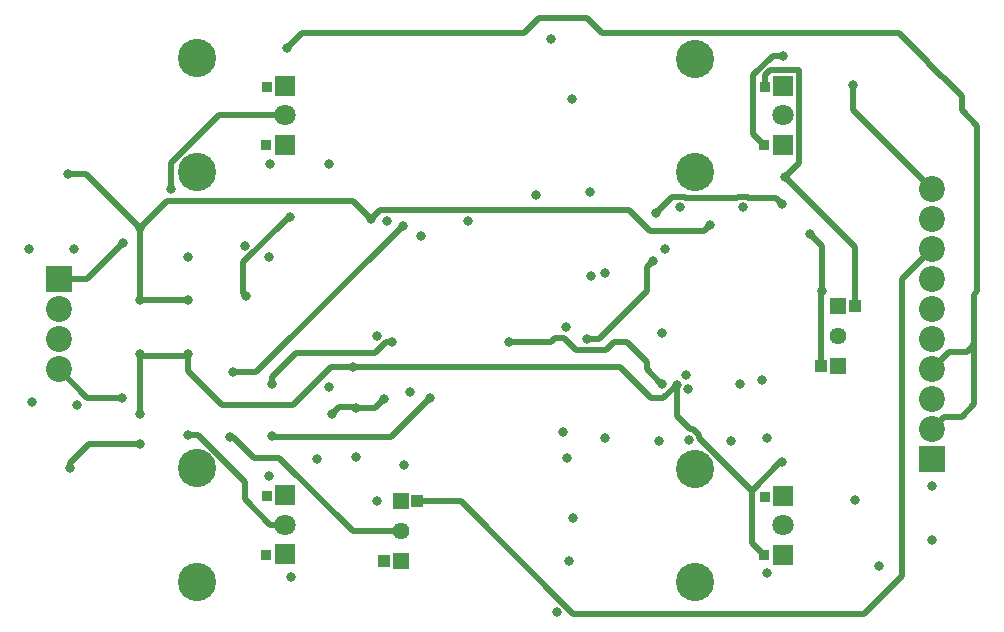
<source format=gbr>
%TF.GenerationSoftware,KiCad,Pcbnew,9.0.0*%
%TF.CreationDate,2025-03-26T23:14:20+00:00*%
%TF.ProjectId,diode-ladder-filter-synth-module,64696f64-652d-46c6-9164-6465722d6669,rev?*%
%TF.SameCoordinates,Original*%
%TF.FileFunction,Copper,L2,Inr*%
%TF.FilePolarity,Positive*%
%FSLAX46Y46*%
G04 Gerber Fmt 4.6, Leading zero omitted, Abs format (unit mm)*
G04 Created by KiCad (PCBNEW 9.0.0) date 2025-03-26 23:14:20*
%MOMM*%
%LPD*%
G01*
G04 APERTURE LIST*
%TA.AperFunction,ComponentPad*%
%ADD10C,2.200000*%
%TD*%
%TA.AperFunction,ComponentPad*%
%ADD11R,2.200000X2.200000*%
%TD*%
%TA.AperFunction,ComponentPad*%
%ADD12R,0.899998X0.899994*%
%TD*%
%TA.AperFunction,ComponentPad*%
%ADD13C,1.800000*%
%TD*%
%TA.AperFunction,ComponentPad*%
%ADD14R,0.900000X0.899998*%
%TD*%
%TA.AperFunction,ComponentPad*%
%ADD15C,3.240000*%
%TD*%
%TA.AperFunction,ComponentPad*%
%ADD16R,1.800000X1.800000*%
%TD*%
%TA.AperFunction,ComponentPad*%
%ADD17R,1.000000X1.000000*%
%TD*%
%TA.AperFunction,ComponentPad*%
%ADD18C,1.440000*%
%TD*%
%TA.AperFunction,ComponentPad*%
%ADD19R,1.440000X1.440000*%
%TD*%
%TA.AperFunction,ViaPad*%
%ADD20C,0.800000*%
%TD*%
%TA.AperFunction,Conductor*%
%ADD21C,0.500000*%
%TD*%
G04 APERTURE END LIST*
D10*
%TO.N,/CV1_IN*%
%TO.C,J6*%
X192024000Y-62484000D03*
%TO.N,GND*%
X192024000Y-65024000D03*
%TO.N,/CV2_IN*%
X192024000Y-67564000D03*
%TO.N,GND*%
X192024000Y-70104000D03*
%TO.N,/AUDIO_OUT*%
X192024000Y-72644000D03*
%TO.N,GND*%
X192024000Y-75184000D03*
%TO.N,/AUDIO_IN*%
X192024000Y-77724000D03*
%TO.N,GND*%
X192024000Y-80264000D03*
%TO.N,/AUDIO_IN*%
X192024000Y-82804000D03*
D11*
%TO.N,GND*%
X192024000Y-85344000D03*
%TD*%
D12*
%TO.N,GND*%
%TO.C,PT1*%
X135719200Y-88493000D03*
D13*
%TO.N,Net-(PT1-Pad2)*%
X137294000Y-90906000D03*
D14*
%TO.N,/CV1_IN*%
X135693800Y-93446000D03*
D15*
%TO.N,*%
X129794000Y-86106000D03*
D16*
X137294000Y-88406000D03*
X137294000Y-93406000D03*
D15*
X129794000Y-95706000D03*
%TD*%
D12*
%TO.N,GND*%
%TO.C,PT3*%
X135719200Y-53796000D03*
D13*
%TO.N,Net-(C9-Pad1)*%
X137294000Y-56209000D03*
D14*
%TO.N,/AUDIO_IN*%
X135693800Y-58749000D03*
D15*
%TO.N,*%
X129794000Y-51409000D03*
D16*
X137294000Y-53709000D03*
X137294000Y-58709000D03*
D15*
X129794000Y-61009000D03*
%TD*%
D10*
%TO.N,Net-(J1-+12v)*%
%TO.C,J1*%
X118110000Y-77724000D03*
%TO.N,GND*%
X118110000Y-75184000D03*
X118110000Y-72644000D03*
D11*
%TO.N,Net-(J1--12v)*%
X118110000Y-70104000D03*
%TD*%
D17*
%TO.N,Net-(PT7-Pad3)*%
%TO.C,PT7*%
X182626000Y-77444600D03*
D18*
%TO.N,Net-(PT4-Pad3)*%
X184073800Y-74904600D03*
D17*
X185496200Y-72364600D03*
D19*
%TO.N,*%
X184073800Y-72364600D03*
X184073800Y-77444600D03*
%TD*%
D12*
%TO.N,Net-(PT4-Pad3)*%
%TO.C,PT4*%
X177883200Y-53822000D03*
D13*
%TO.N,Net-(U2D-+)*%
X179458000Y-56235000D03*
D14*
%TO.N,Net-(U2A--)*%
X177857800Y-58775000D03*
D15*
%TO.N,*%
X171958000Y-51435000D03*
D16*
X179458000Y-53735000D03*
X179458000Y-58735000D03*
D15*
X171958000Y-61035000D03*
%TD*%
D12*
%TO.N,Net-(PT2-Pad3)*%
%TO.C,PT2*%
X177883200Y-88519000D03*
D13*
%TO.N,Net-(PT2-Pad2)*%
X179458000Y-90932000D03*
D14*
%TO.N,+12V*%
X177857800Y-93472000D03*
D15*
%TO.N,*%
X171958000Y-86132000D03*
D16*
X179458000Y-88432000D03*
X179458000Y-93432000D03*
D15*
X171958000Y-95732000D03*
%TD*%
D17*
%TO.N,GND*%
%TO.C,PT6*%
X145618200Y-93980000D03*
D18*
%TO.N,Net-(PT6-Pad2)*%
X147066000Y-91440000D03*
D17*
%TO.N,/CV2_IN*%
X148488400Y-88900000D03*
D19*
%TO.N,*%
X147066000Y-88900000D03*
X147066000Y-93980000D03*
%TD*%
D20*
%TO.N,+12V*%
X143002000Y-77502500D03*
X124968000Y-76454000D03*
X124968000Y-84074000D03*
X124968000Y-81534000D03*
X119094000Y-86106000D03*
X179324000Y-85598000D03*
X129032000Y-76454000D03*
X170434000Y-79021489D03*
%TO.N,GND*%
X192024000Y-87630000D03*
X175006000Y-83820000D03*
X171223069Y-78232000D03*
X160782000Y-83058000D03*
X133858000Y-67310000D03*
X161036000Y-74168000D03*
X145034000Y-74930000D03*
X158496000Y-62992000D03*
X115570000Y-67564000D03*
X119380000Y-67564000D03*
X135966200Y-60325000D03*
X170688000Y-64008000D03*
X115824000Y-80518000D03*
X137751897Y-95293103D03*
X139954000Y-85344000D03*
X145045000Y-88900000D03*
X145923000Y-65151000D03*
X168910000Y-83820000D03*
X119634000Y-80772000D03*
%TO.N,-12V*%
X118872000Y-61214000D03*
X124968000Y-65786000D03*
X143256000Y-85166200D03*
X173228000Y-65532000D03*
X177673000Y-78613000D03*
X124968000Y-71882000D03*
X144526000Y-65024000D03*
X129032000Y-71882000D03*
%TO.N,/AUDIO_OUT*%
X176022000Y-64008000D03*
X185547000Y-88773000D03*
%TO.N,/CV1_IN*%
X185356500Y-53657500D03*
X135890000Y-86741000D03*
%TO.N,Net-(C9-Pad1)*%
X127635000Y-62484000D03*
%TO.N,Net-(C9-Pad2)*%
X129032000Y-68199000D03*
X140970000Y-79248000D03*
%TO.N,Net-(D14-A)*%
X161544000Y-54864000D03*
X163068000Y-62738000D03*
X161290000Y-93980000D03*
X164338000Y-69596000D03*
X163193000Y-69848002D03*
%TO.N,Net-(D10-K)*%
X156210000Y-75438000D03*
X169230229Y-78952466D03*
%TO.N,Net-(D3-K)*%
X192024000Y-92202000D03*
X187579000Y-94361000D03*
%TO.N,/AUDIO_IN*%
X137414000Y-50546000D03*
%TO.N,Net-(D7-K)*%
X143256000Y-81026000D03*
X141224000Y-81534000D03*
X140970000Y-60325000D03*
X145669000Y-80264000D03*
X147320000Y-85852000D03*
%TO.N,Net-(D7-A)*%
X148774914Y-66465959D03*
X147828000Y-79629000D03*
%TO.N,Net-(D8-A)*%
X136144001Y-83388199D03*
X159766000Y-49784000D03*
X149543897Y-80126000D03*
%TO.N,Net-(D13-K)*%
X135890000Y-68199000D03*
X160274000Y-98298000D03*
%TO.N,Net-(D14-K)*%
X162814000Y-75184000D03*
X179324000Y-63754000D03*
X168656000Y-64516000D03*
X168402000Y-68580000D03*
%TO.N,Net-(J1-+12v)*%
X123444000Y-80137000D03*
%TO.N,Net-(J1--12v)*%
X123571000Y-67056000D03*
%TO.N,Net-(PT1-Pad2)*%
X129032000Y-83312000D03*
%TO.N,Net-(PT2-Pad2)*%
X161671000Y-90297000D03*
%TO.N,Net-(PT2-Pad3)*%
X178054000Y-94996000D03*
X178054000Y-83566000D03*
%TO.N,Net-(U2A--)*%
X169164000Y-74676000D03*
X179451000Y-51181000D03*
%TO.N,Net-(U2D-+)*%
X169418001Y-67564001D03*
%TO.N,Net-(PT4-Pad3)*%
X179578000Y-61468000D03*
%TO.N,Net-(PT6-Pad2)*%
X132588000Y-83439000D03*
%TO.N,Net-(PT7-Pad3)*%
X182753000Y-71120000D03*
X181737000Y-66294000D03*
%TO.N,Net-(U1B--)*%
X146304000Y-75438000D03*
X136144000Y-78994000D03*
%TO.N,Net-(U1C--)*%
X132842000Y-77978000D03*
X161152000Y-85217000D03*
X147226959Y-65565959D03*
X152781000Y-65151000D03*
%TO.N,Net-(U1D--)*%
X137668000Y-64802000D03*
X133986397Y-71499603D03*
%TO.N,Net-(U2B--)*%
X164338000Y-83566000D03*
X171424834Y-79368984D03*
%TO.N,Net-(U2C-+)*%
X175768000Y-78994000D03*
X171450000Y-83693000D03*
%TD*%
D21*
%TO.N,+12V*%
X165637707Y-77502500D02*
X143002000Y-77502500D01*
X168283208Y-80148000D02*
X165637707Y-77502500D01*
X169307489Y-80148000D02*
X168283208Y-80148000D01*
X170434000Y-79021489D02*
X169307489Y-80148000D01*
%TO.N,Net-(D10-K)*%
X169122466Y-78952466D02*
X169230229Y-78952466D01*
X167894000Y-77089000D02*
X167894000Y-77724000D01*
X166243000Y-75438000D02*
X167894000Y-77089000D01*
X165102793Y-75438000D02*
X166243000Y-75438000D01*
X164456793Y-76084000D02*
X165102793Y-75438000D01*
X161938793Y-76084000D02*
X164456793Y-76084000D01*
X160155207Y-75046000D02*
X160900793Y-75046000D01*
X159763207Y-75438000D02*
X160155207Y-75046000D01*
X156210000Y-75438000D02*
X159763207Y-75438000D01*
X160900793Y-75046000D02*
X161938793Y-76084000D01*
X167894000Y-77724000D02*
X169122466Y-78952466D01*
%TO.N,-12V*%
X145288000Y-64262000D02*
X166389207Y-64262000D01*
X144526000Y-65024000D02*
X145288000Y-64262000D01*
X168167207Y-66040000D02*
X172720000Y-66040000D01*
X166389207Y-64262000D02*
X168167207Y-66040000D01*
X172720000Y-66040000D02*
X173228000Y-65532000D01*
%TO.N,+12V*%
X170434000Y-81661000D02*
X170434000Y-79021489D01*
X171566000Y-82793000D02*
X170434000Y-81661000D01*
X171822793Y-82793000D02*
X171566000Y-82793000D01*
X172350000Y-83320207D02*
X171822793Y-82793000D01*
X176784000Y-88011000D02*
X172350000Y-83577000D01*
X172350000Y-83577000D02*
X172350000Y-83320207D01*
%TO.N,Net-(D14-K)*%
X163830000Y-75184000D02*
X167894000Y-71120000D01*
X162814000Y-75184000D02*
X163830000Y-75184000D01*
X167894000Y-69088000D02*
X168402000Y-68580000D01*
X167894000Y-71120000D02*
X167894000Y-69088000D01*
%TO.N,+12V*%
X137919207Y-80772000D02*
X141188707Y-77502500D01*
X128905000Y-76581000D02*
X129032000Y-76454000D01*
X124968000Y-84074000D02*
X120650000Y-84074000D01*
X119094000Y-85630000D02*
X119094000Y-86106000D01*
X141188707Y-77502500D02*
X143002000Y-77502500D01*
X179197000Y-85598000D02*
X179324000Y-85598000D01*
X176784000Y-88011000D02*
X179197000Y-85598000D01*
X129032000Y-76454000D02*
X129032000Y-77851000D01*
X129032000Y-77851000D02*
X131953000Y-80772000D01*
X124968000Y-81534000D02*
X124968000Y-76454000D01*
X131953000Y-80772000D02*
X137919207Y-80772000D01*
X125095000Y-76581000D02*
X128905000Y-76581000D01*
X120650000Y-84074000D02*
X119094000Y-85630000D01*
X177857800Y-93472000D02*
X176784000Y-92398200D01*
X176784000Y-92398200D02*
X176784000Y-88011000D01*
X124968000Y-76454000D02*
X125095000Y-76581000D01*
%TO.N,-12V*%
X124968000Y-71882000D02*
X129032000Y-71882000D01*
X120396000Y-61214000D02*
X118872000Y-61214000D01*
X124968000Y-65786000D02*
X124968000Y-71882000D01*
X124968000Y-65786000D02*
X120396000Y-61214000D01*
X143002000Y-63500000D02*
X144526000Y-65024000D01*
X124968000Y-65786000D02*
X127254000Y-63500000D01*
X127254000Y-63500000D02*
X143002000Y-63500000D01*
%TO.N,/CV1_IN*%
X185356500Y-55816500D02*
X192024000Y-62484000D01*
X185356500Y-53657500D02*
X185356500Y-55816500D01*
%TO.N,Net-(C9-Pad1)*%
X131665163Y-56209000D02*
X137294000Y-56209000D01*
X127635000Y-60239163D02*
X131665163Y-56209000D01*
X127635000Y-62484000D02*
X127635000Y-60239163D01*
%TO.N,/CV2_IN*%
X189484000Y-70104000D02*
X192024000Y-67564000D01*
X152148793Y-88900000D02*
X161673793Y-98425000D01*
X148488400Y-88900000D02*
X152148793Y-88900000D01*
X161673793Y-98425000D02*
X186309000Y-98425000D01*
X186309000Y-98425000D02*
X189484000Y-95250000D01*
X189484000Y-95250000D02*
X189484000Y-70104000D01*
%TO.N,/AUDIO_IN*%
X192934738Y-53001057D02*
X192955057Y-53001057D01*
X195615000Y-71411001D02*
X195615000Y-74930000D01*
X193513000Y-76235000D02*
X194999338Y-76235000D01*
X189230000Y-49276000D02*
X191704001Y-51750001D01*
X164084000Y-49276000D02*
X189230000Y-49276000D01*
X191704001Y-51770320D02*
X192934738Y-53001057D01*
X158750000Y-48006000D02*
X162814000Y-48006000D01*
X157480000Y-49276000D02*
X158750000Y-48006000D01*
X138684000Y-49276000D02*
X157480000Y-49276000D01*
X192955057Y-53001057D02*
X194564000Y-54610000D01*
X195906001Y-71120000D02*
X195615000Y-71411001D01*
X195615000Y-75619338D02*
X195615000Y-74930000D01*
X194999338Y-76235000D02*
X195615000Y-75619338D01*
X193075000Y-81753000D02*
X194561338Y-81753000D01*
X137414000Y-50546000D02*
X138684000Y-49276000D01*
X194561338Y-81753000D02*
X195615000Y-80699338D01*
X192024000Y-82804000D02*
X193075000Y-81753000D01*
X194564000Y-55807999D02*
X195906001Y-57150000D01*
X162814000Y-48006000D02*
X164084000Y-49276000D01*
X191704001Y-51750001D02*
X191704001Y-51770320D01*
X192024000Y-77724000D02*
X193513000Y-76235000D01*
X195615000Y-80699338D02*
X195615000Y-74930000D01*
X195906001Y-57150000D02*
X195906001Y-71120000D01*
X194564000Y-54610000D02*
X194564000Y-55807999D01*
%TO.N,Net-(D7-K)*%
X141859000Y-80899000D02*
X141224000Y-81534000D01*
X143256000Y-81026000D02*
X144907000Y-81026000D01*
X143129000Y-80899000D02*
X141859000Y-80899000D01*
X143256000Y-81026000D02*
X143129000Y-80899000D01*
X144907000Y-81026000D02*
X145669000Y-80264000D01*
%TO.N,Net-(D8-A)*%
X146230897Y-83439000D02*
X136194802Y-83439000D01*
X136194802Y-83439000D02*
X136144001Y-83388199D01*
X149543897Y-80126000D02*
X146230897Y-83439000D01*
%TO.N,Net-(D14-K)*%
X175511207Y-63246000D02*
X171198793Y-63246000D01*
X176532793Y-63246000D02*
X176394793Y-63108000D01*
X178816000Y-63246000D02*
X176532793Y-63246000D01*
X179324000Y-63754000D02*
X178816000Y-63246000D01*
X175649207Y-63108000D02*
X175511207Y-63246000D01*
X171198793Y-63246000D02*
X171060793Y-63108000D01*
X171060793Y-63108000D02*
X170064000Y-63108000D01*
X170064000Y-63108000D02*
X168656000Y-64516000D01*
X176394793Y-63108000D02*
X175649207Y-63108000D01*
%TO.N,Net-(J1-+12v)*%
X120523000Y-80137000D02*
X123444000Y-80137000D01*
X118110000Y-77724000D02*
X120523000Y-80137000D01*
%TO.N,Net-(J1--12v)*%
X118110000Y-70104000D02*
X120523000Y-70104000D01*
X120523000Y-70104000D02*
X123571000Y-67056000D01*
%TO.N,Net-(PT1-Pad2)*%
X129928837Y-83312000D02*
X129032000Y-83312000D01*
X133858000Y-88742792D02*
X133858000Y-87241163D01*
X133858000Y-87241163D02*
X129928837Y-83312000D01*
X137294000Y-90906000D02*
X136021208Y-90906000D01*
X136021208Y-90906000D02*
X133858000Y-88742792D01*
%TO.N,Net-(U2A--)*%
X176907800Y-57825001D02*
X176907800Y-52833786D01*
X176907800Y-52833786D02*
X178560586Y-51181000D01*
X178560586Y-51181000D02*
X179451000Y-51181000D01*
X177857800Y-58775000D02*
X176907800Y-57825001D01*
%TO.N,Net-(PT4-Pad3)*%
X178347536Y-52384000D02*
X177883200Y-52848336D01*
X179578000Y-61468000D02*
X180809000Y-60237000D01*
X177883200Y-52848336D02*
X177883200Y-53822000D01*
X185496200Y-67386200D02*
X179578000Y-61468000D01*
X180809000Y-52384000D02*
X178347536Y-52384000D01*
X185496200Y-72364600D02*
X185496200Y-67386200D01*
X180809000Y-60237000D02*
X180809000Y-52384000D01*
%TO.N,Net-(PT6-Pad2)*%
X136807000Y-85217000D02*
X134620000Y-85217000D01*
X143030000Y-91440000D02*
X136807000Y-85217000D01*
X147066000Y-91440000D02*
X143030000Y-91440000D01*
X132842000Y-83439000D02*
X132588000Y-83439000D01*
X134620000Y-85217000D02*
X132842000Y-83439000D01*
%TO.N,Net-(PT7-Pad3)*%
X181737000Y-66294000D02*
X182753000Y-67310000D01*
X182753000Y-67310000D02*
X182753000Y-71120000D01*
X182626000Y-71247000D02*
X182626000Y-77444600D01*
X182753000Y-71120000D02*
X182626000Y-71247000D01*
%TO.N,Net-(U1B--)*%
X145796000Y-75438000D02*
X144907000Y-76327000D01*
X144907000Y-76327000D02*
X138176000Y-76327000D01*
X146304000Y-75438000D02*
X145796000Y-75438000D01*
X136144000Y-78359000D02*
X136144000Y-78994000D01*
X138176000Y-76327000D02*
X136144000Y-78359000D01*
%TO.N,Net-(U1C--)*%
X134814918Y-77978000D02*
X132842000Y-77978000D01*
X147226959Y-65565959D02*
X134814918Y-77978000D01*
%TO.N,Net-(U1D--)*%
X137668000Y-64802000D02*
X137486000Y-64984000D01*
X133760541Y-71273747D02*
X133986397Y-71499603D01*
X137486000Y-64984000D02*
X137415000Y-64984000D01*
X133760541Y-68638459D02*
X133760541Y-71273747D01*
X137415000Y-64984000D02*
X133760541Y-68638459D01*
%TD*%
M02*

</source>
